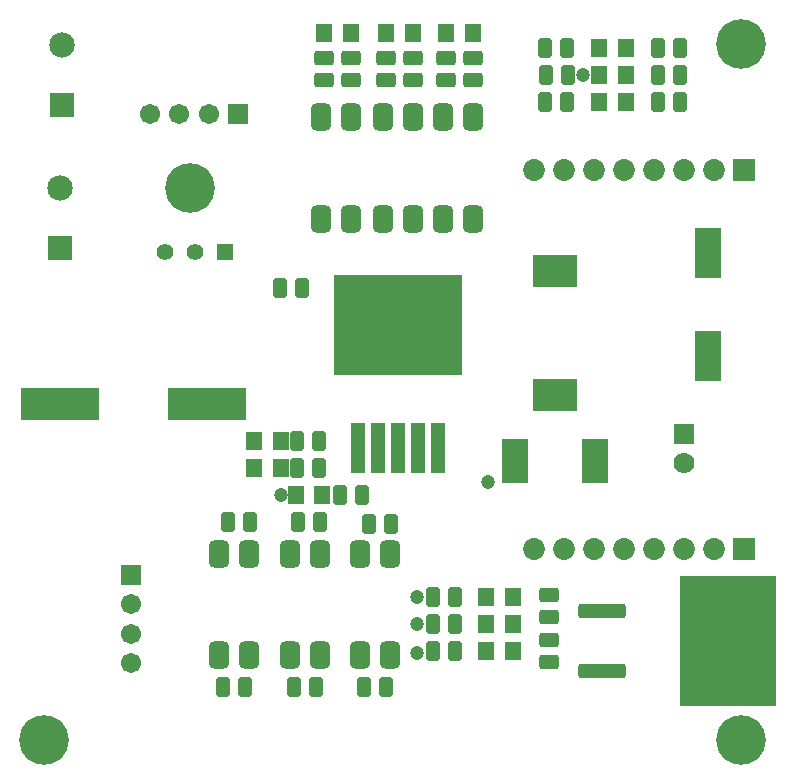
<source format=gts>
G04*
G04 #@! TF.GenerationSoftware,Altium Limited,Altium Designer,19.0.10 (269)*
G04*
G04 Layer_Color=8388736*
%FSLAX25Y25*%
%MOIN*%
G70*
G01*
G75*
%ADD16R,0.05328X0.05918*%
G04:AMPARAMS|DCode=17|XSize=47.37mil|YSize=63.91mil|CornerRadius=8.92mil|HoleSize=0mil|Usage=FLASHONLY|Rotation=270.000|XOffset=0mil|YOffset=0mil|HoleType=Round|Shape=RoundedRectangle|*
%AMROUNDEDRECTD17*
21,1,0.04737,0.04606,0,0,270.0*
21,1,0.02953,0.06391,0,0,270.0*
1,1,0.01784,-0.02303,-0.01476*
1,1,0.01784,-0.02303,0.01476*
1,1,0.01784,0.02303,0.01476*
1,1,0.01784,0.02303,-0.01476*
%
%ADD17ROUNDEDRECTD17*%
G04:AMPARAMS|DCode=18|XSize=91.86mil|YSize=69.81mil|CornerRadius=19.45mil|HoleSize=0mil|Usage=FLASHONLY|Rotation=90.000|XOffset=0mil|YOffset=0mil|HoleType=Round|Shape=RoundedRectangle|*
%AMROUNDEDRECTD18*
21,1,0.09186,0.03091,0,0,90.0*
21,1,0.05295,0.06981,0,0,90.0*
1,1,0.03891,0.01545,0.02648*
1,1,0.03891,0.01545,-0.02648*
1,1,0.03891,-0.01545,-0.02648*
1,1,0.03891,-0.01545,0.02648*
%
%ADD18ROUNDEDRECTD18*%
%ADD19R,0.08674X0.14973*%
G04:AMPARAMS|DCode=20|XSize=47.37mil|YSize=63.91mil|CornerRadius=8.92mil|HoleSize=0mil|Usage=FLASHONLY|Rotation=180.000|XOffset=0mil|YOffset=0mil|HoleType=Round|Shape=RoundedRectangle|*
%AMROUNDEDRECTD20*
21,1,0.04737,0.04606,0,0,180.0*
21,1,0.02953,0.06391,0,0,180.0*
1,1,0.01784,-0.01476,0.02303*
1,1,0.01784,0.01476,0.02303*
1,1,0.01784,0.01476,-0.02303*
1,1,0.01784,-0.01476,-0.02303*
%
%ADD20ROUNDEDRECTD20*%
%ADD21R,0.14973X0.11036*%
%ADD22R,0.43100X0.33500*%
%ADD23R,0.04900X0.16700*%
%ADD24R,0.32296X0.43477*%
G04:AMPARAMS|DCode=25|XSize=156.82mil|YSize=49.73mil|CornerRadius=9.22mil|HoleSize=0mil|Usage=FLASHONLY|Rotation=0.000|XOffset=0mil|YOffset=0mil|HoleType=Round|Shape=RoundedRectangle|*
%AMROUNDEDRECTD25*
21,1,0.15682,0.03130,0,0,0.0*
21,1,0.13839,0.04973,0,0,0.0*
1,1,0.01843,0.06919,-0.01565*
1,1,0.01843,-0.06919,-0.01565*
1,1,0.01843,-0.06919,0.01565*
1,1,0.01843,0.06919,0.01565*
%
%ADD25ROUNDEDRECTD25*%
%ADD26R,0.08674X0.16942*%
%ADD27R,0.26391X0.10642*%
%ADD28C,0.16548*%
%ADD29C,0.05595*%
%ADD30R,0.05595X0.05595*%
%ADD31R,0.06737X0.06737*%
%ADD32C,0.06737*%
%ADD33R,0.06737X0.06737*%
%ADD34C,0.07296*%
%ADD35R,0.07296X0.07296*%
%ADD36C,0.07001*%
%ADD37R,0.07001X0.07001*%
%ADD38C,0.08477*%
%ADD39R,0.08477X0.08477*%
%ADD40C,0.04737*%
D16*
X256429Y490000D02*
D03*
X247571D02*
D03*
X236429D02*
D03*
X227571D02*
D03*
X215929D02*
D03*
X207071D02*
D03*
X183642Y354000D02*
D03*
X192500D02*
D03*
X261071Y284000D02*
D03*
X269929D02*
D03*
X261071Y293000D02*
D03*
X269929D02*
D03*
X298571Y485000D02*
D03*
X307429D02*
D03*
X298571Y476000D02*
D03*
X307429D02*
D03*
X192429Y345000D02*
D03*
X183571D02*
D03*
X307429Y467000D02*
D03*
X298571D02*
D03*
X206358Y336000D02*
D03*
X197500D02*
D03*
X269929Y302000D02*
D03*
X261071D02*
D03*
D17*
X256500Y481681D02*
D03*
Y474319D02*
D03*
X247500Y481681D02*
D03*
Y474319D02*
D03*
X236500Y481681D02*
D03*
Y474319D02*
D03*
X227681Y481681D02*
D03*
Y474319D02*
D03*
X216000Y481681D02*
D03*
Y474319D02*
D03*
X207000Y481681D02*
D03*
Y474319D02*
D03*
X282000Y287681D02*
D03*
Y280319D02*
D03*
Y302681D02*
D03*
Y295319D02*
D03*
D18*
X246500Y461890D02*
D03*
X256500D02*
D03*
Y428110D02*
D03*
X246500D02*
D03*
X226500Y461890D02*
D03*
X236500D02*
D03*
Y428110D02*
D03*
X226500D02*
D03*
X206000Y461890D02*
D03*
X216000D02*
D03*
Y428110D02*
D03*
X206000D02*
D03*
X229000Y282610D02*
D03*
X219000D02*
D03*
Y316390D02*
D03*
X229000D02*
D03*
X205500Y282610D02*
D03*
X195500D02*
D03*
Y316390D02*
D03*
X205500D02*
D03*
X182000Y282610D02*
D03*
X172000D02*
D03*
Y316390D02*
D03*
X182000D02*
D03*
D19*
X297386Y347500D02*
D03*
X270614D02*
D03*
D20*
X227681Y272000D02*
D03*
X220319D02*
D03*
X204181D02*
D03*
X196819D02*
D03*
X180681D02*
D03*
X173319D02*
D03*
X192319Y405000D02*
D03*
X199681D02*
D03*
X182181Y327000D02*
D03*
X174819D02*
D03*
X229181Y326500D02*
D03*
X221819D02*
D03*
X219681Y336000D02*
D03*
X212319D02*
D03*
X205681Y327000D02*
D03*
X198319D02*
D03*
X205181Y345000D02*
D03*
X197819D02*
D03*
X205181Y354000D02*
D03*
X197819D02*
D03*
X280638Y485000D02*
D03*
X288000D02*
D03*
X280819Y476000D02*
D03*
X288181D02*
D03*
X280638Y467000D02*
D03*
X288000D02*
D03*
X318319Y485000D02*
D03*
X325681D02*
D03*
X318319Y476000D02*
D03*
X325681D02*
D03*
X318319Y467000D02*
D03*
X325681D02*
D03*
X243319Y284000D02*
D03*
X250681D02*
D03*
X243319Y293000D02*
D03*
X250681D02*
D03*
X243319Y302000D02*
D03*
X250681D02*
D03*
D21*
X284000Y369331D02*
D03*
Y410669D02*
D03*
D22*
X231500Y392729D02*
D03*
D23*
X244886Y351579D02*
D03*
X238193D02*
D03*
X231500D02*
D03*
X224807D02*
D03*
X218114D02*
D03*
D24*
X341500Y287500D02*
D03*
D25*
X299413Y297500D02*
D03*
Y277500D02*
D03*
D26*
X335000Y382374D02*
D03*
Y416626D02*
D03*
D27*
X168035Y366500D02*
D03*
X118823D02*
D03*
D28*
X346000Y254500D02*
D03*
X113500D02*
D03*
X346000Y486500D02*
D03*
X162286Y438500D02*
D03*
D29*
X154000Y417000D02*
D03*
X164000D02*
D03*
D30*
X174000D02*
D03*
D31*
X142500Y309500D02*
D03*
D32*
Y299658D02*
D03*
Y289815D02*
D03*
Y279972D02*
D03*
X168500Y463000D02*
D03*
X158658D02*
D03*
X148815D02*
D03*
D33*
X178342D02*
D03*
D34*
X277000Y318000D02*
D03*
X287000D02*
D03*
X297000D02*
D03*
X307000D02*
D03*
X317000D02*
D03*
X327000D02*
D03*
X337000D02*
D03*
Y444500D02*
D03*
X327000D02*
D03*
X317000D02*
D03*
X307000D02*
D03*
X297000D02*
D03*
X287000D02*
D03*
X277000D02*
D03*
D35*
X347000Y318000D02*
D03*
Y444500D02*
D03*
D36*
X327067Y346579D02*
D03*
D37*
Y356421D02*
D03*
D38*
X119500Y486000D02*
D03*
X119000Y438221D02*
D03*
D39*
X119500Y466000D02*
D03*
X119000Y418221D02*
D03*
D40*
X293376Y476000D02*
D03*
X250000Y407000D02*
D03*
X243529D02*
D03*
X237500D02*
D03*
X231538D02*
D03*
X225455D02*
D03*
X213462D02*
D03*
X219500D02*
D03*
X352500Y269500D02*
D03*
X341500D02*
D03*
X331000D02*
D03*
X352500Y278500D02*
D03*
X341500D02*
D03*
X331000D02*
D03*
X352500Y287500D02*
D03*
X341500D02*
D03*
X331000D02*
D03*
X352500Y296000D02*
D03*
X341500D02*
D03*
X331000D02*
D03*
X352500Y303500D02*
D03*
X341500D02*
D03*
X331000D02*
D03*
X250000Y381000D02*
D03*
X243500D02*
D03*
X237500D02*
D03*
X231500D02*
D03*
X225500D02*
D03*
X219504D02*
D03*
X250000Y387500D02*
D03*
X243500D02*
D03*
X237500D02*
D03*
X231500D02*
D03*
X225500D02*
D03*
X219500D02*
D03*
X250000Y394000D02*
D03*
X243500D02*
D03*
X237500D02*
D03*
X231500D02*
D03*
X225500D02*
D03*
X219500D02*
D03*
X250000Y400500D02*
D03*
X243500D02*
D03*
X237500D02*
D03*
X231500D02*
D03*
X225500D02*
D03*
X219504D02*
D03*
X213587Y381000D02*
D03*
Y387500D02*
D03*
X213500Y394000D02*
D03*
X213587Y400500D02*
D03*
X192500Y336000D02*
D03*
X238000Y302000D02*
D03*
Y293000D02*
D03*
Y283500D02*
D03*
X261500Y340500D02*
D03*
M02*

</source>
